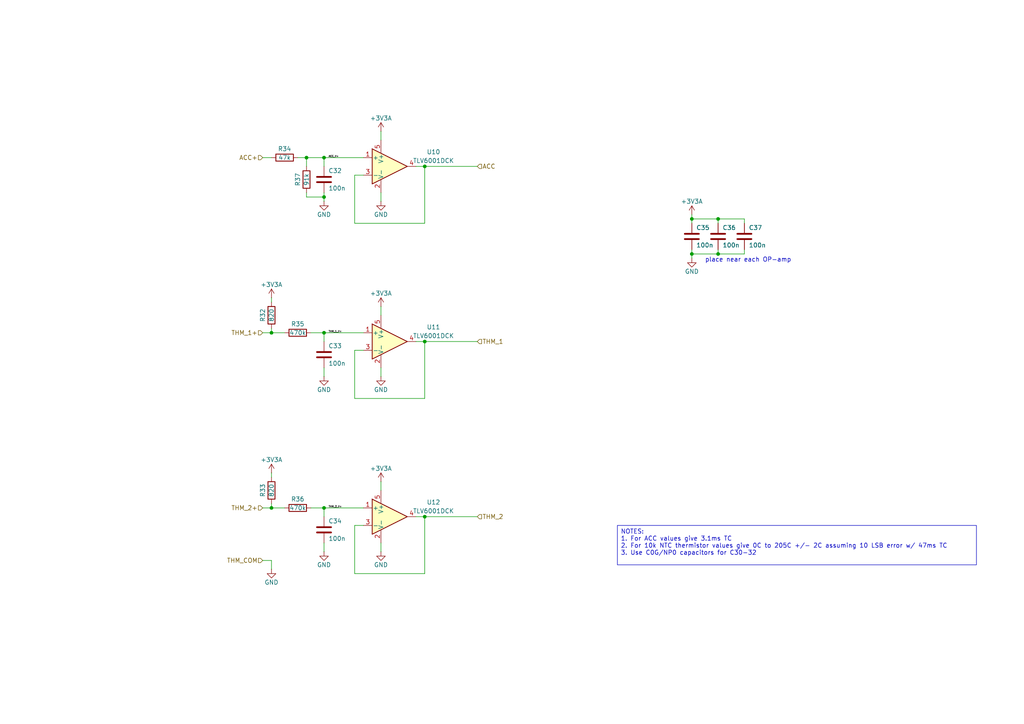
<source format=kicad_sch>
(kicad_sch (version 20250114) (generator "eeschema") (generator_version "9.0")
  (paper "A4")
  (lib_symbols
    (symbol "Amplifier_Operational:TLV6001DCK" (pin_names (offset 0.127))
      (property "Reference" "U" (at 7.62 2.54 0))
      (property "Value" "TLV6001DCK" (at 11.43 -2.54 0))
      (symbol "TLV6001DCK_0_1"
        (polyline (pts (xy -2.54 5.08) (xy -2.54 -5.08) (xy 7.62 0) (xy -2.54 5.08)) (stroke (width 0.254)) (fill (type background)))
      )
      (symbol "TLV6001DCK_1_1"
        (pin input line (at -5.08 2.54 0) (length 2.54) (name "+") (number "1"))
        (pin input line (at -5.08 -2.54 0) (length 2.54) (name "-") (number "3"))
        (pin power_in line (at 0 7.62 270) (length 3.81) (name "V+") (number "5"))
        (pin power_in line (at 0 -7.62 90) (length 3.81) (name "V-") (number "2"))
        (pin output line (at 10.16 0 180) (length 2.54) (name "~") (number "4"))
      )
    )
    (symbol "Device:C" (pin_numbers (hide yes)) (pin_names (offset 0.254))
      (property "Reference" "C" (at 0.635 2.54 0))
      (property "Value" "C" (at 0.635 -2.54 0))
      (symbol "C_0_1"
        (polyline (pts (xy -2.032 0.762) (xy 2.032 0.762)) (stroke (width 0.508)))
        (polyline (pts (xy -2.032 -0.762) (xy 2.032 -0.762)) (stroke (width 0.508)))
      )
      (symbol "C_1_1"
        (pin passive line (at 0 3.81 270) (length 2.794) (name "~") (number "1"))
        (pin passive line (at 0 -3.81 90) (length 2.794) (name "~") (number "2"))
      )
    )
    (symbol "Device:R" (pin_numbers (hide yes)) (pin_names (offset 0))
      (property "Reference" "R" (at 2.032 0 90))
      (property "Value" "R" (at 0 0 90))
      (symbol "R_0_1"
        (rectangle (start -1.016 -2.54) (end 1.016 2.54) (stroke (width 0.254)))
      )
      (symbol "R_1_1"
        (pin passive line (at 0 3.81 270) (length 1.27) (name "~") (number "1"))
        (pin passive line (at 0 -3.81 90) (length 1.27) (name "~") (number "2"))
      )
    )
    (symbol "power:+3.3VA" (power) (pin_numbers (hide yes)) (pin_names (offset 0) (hide yes))
      (property "Value" "+3.3VA" (at 0 3.556 0))
      (symbol "+3.3VA_0_1"
        (polyline (pts (xy -0.762 1.27) (xy 0 2.54)))
        (polyline (pts (xy 0 2.54) (xy 0.762 1.27)))
        (polyline (pts (xy 0 0) (xy 0 2.54)))
      )
      (symbol "+3.3VA_1_1"
        (pin power_in line (at 0 0 90) (length 0) (name "~") (number "1"))
      )
    )
    (symbol "power:GND" (power) (pin_numbers (hide yes)) (pin_names (offset 0) (hide yes))
      (property "Value" "GND" (at 0 -3.81 0))
      (symbol "GND_0_1"
        (polyline (pts (xy 0 0) (xy 0 -1.27) (xy 1.27 -1.27) (xy 0 -2.54) (xy -1.27 -1.27) (xy 0 -1.27)))
      )
      (symbol "GND_1_1"
        (pin power_in line (at 0 0 270) (length 0) (name "~") (number "1"))
      )
    )
  )
  (text "place near each OP-amp" (at 204.47 76.2 0) (effects (font (size 1.27 1.27)) (justify left bottom)))
  (text_box "NOTES:\n1. For ACC values give 3.1ms TC\n2. For 10k NTC thermistor values give 0C to 205C +/- 2C assuming 10 LSB error w/ 47ms TC\n3. Use C0G/NP0 capacitors for C30-32" (at 179.07 152.4 0) (size 104.14 11.43) (margins 0.9525 0.9525 0.9525 0.9525) (effects (font (size 1.27 1.27)) (justify left top)))
  (junction (at 123.19 99.06))
  (junction (at 93.98 147.32))
  (junction (at 93.98 45.72))
  (junction (at 78.74 147.32))
  (junction (at 78.74 96.52))
  (junction (at 123.19 48.26))
  (junction (at 93.98 96.52))
  (junction (at 93.98 57.15))
  (junction (at 208.28 63.5))
  (junction (at 123.19 149.86))
  (junction (at 200.66 63.5))
  (junction (at 200.66 73.66))
  (junction (at 88.9 45.72))
  (junction (at 208.28 73.66))
  (wire (pts (xy 102.87 50.8) (xy 105.41 50.8)))
  (wire (pts (xy 78.74 147.32) (xy 82.55 147.32)))
  (wire (pts (xy 78.74 96.52) (xy 82.55 96.52)))
  (wire (pts (xy 78.74 137.16) (xy 78.74 138.43)))
  (wire (pts (xy 208.28 73.66) (xy 215.9 73.66)))
  (wire (pts (xy 200.66 72.39) (xy 200.66 73.66)))
  (wire (pts (xy 123.19 99.06) (xy 138.43 99.06)))
  (wire (pts (xy 93.98 157.48) (xy 93.98 160.02)))
  (wire (pts (xy 76.2 162.56) (xy 78.74 162.56)))
  (wire (pts (xy 110.49 58.42) (xy 110.49 55.88)))
  (wire (pts (xy 102.87 101.6) (xy 102.87 115.57)))
  (wire (pts (xy 200.66 63.5) (xy 200.66 64.77)))
  (wire (pts (xy 123.19 99.06) (xy 123.19 115.57)))
  (wire (pts (xy 102.87 166.37) (xy 123.19 166.37)))
  (wire (pts (xy 93.98 147.32) (xy 93.98 149.86)))
  (wire (pts (xy 93.98 96.52) (xy 93.98 99.06)))
  (wire (pts (xy 93.98 147.32) (xy 105.41 147.32)))
  (wire (pts (xy 208.28 63.5) (xy 208.28 64.77)))
  (wire (pts (xy 93.98 55.88) (xy 93.98 57.15)))
  (wire (pts (xy 90.17 96.52) (xy 93.98 96.52)))
  (wire (pts (xy 93.98 45.72) (xy 93.98 48.26)))
  (wire (pts (xy 86.36 45.72) (xy 88.9 45.72)))
  (wire (pts (xy 102.87 64.77) (xy 123.19 64.77)))
  (wire (pts (xy 200.66 62.23) (xy 200.66 63.5)))
  (wire (pts (xy 76.2 147.32) (xy 78.74 147.32)))
  (wire (pts (xy 78.74 86.36) (xy 78.74 87.63)))
  (wire (pts (xy 215.9 72.39) (xy 215.9 73.66)))
  (wire (pts (xy 110.49 109.22) (xy 110.49 106.68)))
  (wire (pts (xy 120.65 48.26) (xy 123.19 48.26)))
  (wire (pts (xy 93.98 45.72) (xy 105.41 45.72)))
  (wire (pts (xy 200.66 73.66) (xy 200.66 74.93)))
  (wire (pts (xy 88.9 45.72) (xy 93.98 45.72)))
  (wire (pts (xy 123.19 48.26) (xy 123.19 64.77)))
  (wire (pts (xy 76.2 45.72) (xy 78.74 45.72)))
  (wire (pts (xy 110.49 38.1) (xy 110.49 40.64)))
  (wire (pts (xy 102.87 152.4) (xy 102.87 166.37)))
  (wire (pts (xy 88.9 57.15) (xy 88.9 55.88)))
  (wire (pts (xy 93.98 57.15) (xy 88.9 57.15)))
  (wire (pts (xy 120.65 149.86) (xy 123.19 149.86)))
  (wire (pts (xy 102.87 50.8) (xy 102.87 64.77)))
  (wire (pts (xy 120.65 99.06) (xy 123.19 99.06)))
  (wire (pts (xy 215.9 63.5) (xy 215.9 64.77)))
  (wire (pts (xy 93.98 106.68) (xy 93.98 109.22)))
  (wire (pts (xy 208.28 63.5) (xy 215.9 63.5)))
  (wire (pts (xy 123.19 149.86) (xy 123.19 166.37)))
  (wire (pts (xy 110.49 160.02) (xy 110.49 157.48)))
  (wire (pts (xy 78.74 162.56) (xy 78.74 165.1)))
  (wire (pts (xy 90.17 147.32) (xy 93.98 147.32)))
  (wire (pts (xy 93.98 96.52) (xy 105.41 96.52)))
  (wire (pts (xy 102.87 115.57) (xy 123.19 115.57)))
  (wire (pts (xy 78.74 146.05) (xy 78.74 147.32)))
  (wire (pts (xy 123.19 149.86) (xy 138.43 149.86)))
  (wire (pts (xy 200.66 73.66) (xy 208.28 73.66)))
  (wire (pts (xy 110.49 139.7) (xy 110.49 142.24)))
  (wire (pts (xy 102.87 152.4) (xy 105.41 152.4)))
  (wire (pts (xy 102.87 101.6) (xy 105.41 101.6)))
  (wire (pts (xy 76.2 96.52) (xy 78.74 96.52)))
  (wire (pts (xy 123.19 48.26) (xy 138.43 48.26)))
  (wire (pts (xy 110.49 88.9) (xy 110.49 91.44)))
  (wire (pts (xy 78.74 95.25) (xy 78.74 96.52)))
  (wire (pts (xy 208.28 72.39) (xy 208.28 73.66)))
  (wire (pts (xy 93.98 57.15) (xy 93.98 58.42)))
  (wire (pts (xy 88.9 45.72) (xy 88.9 48.26)))
  (wire (pts (xy 200.66 63.5) (xy 208.28 63.5)))
  (label "ACC_V+" (at 95.25 45.72 0) (effects (font (size 0.5 0.5))))
  (label "THM_1_V+" (at 95.25 96.52 0) (effects (font (size 0.5 0.5))))
  (label "THM_2_V+" (at 95.25 147.32 0) (effects (font (size 0.5 0.5))))
  (hierarchical_label "THM_1" (shape input) (at 138.43 99.06 0))
  (hierarchical_label "THM_2" (shape input) (at 138.43 149.86 0))
  (hierarchical_label "ACC" (shape input) (at 138.43 48.26 0))
  (hierarchical_label "THM_COM" (shape input) (at 76.2 162.56 180))
  (hierarchical_label "THM_2+" (shape input) (at 76.2 147.32 180))
  (hierarchical_label "ACC+" (shape input) (at 76.2 45.72 180))
  (hierarchical_label "THM_1+" (shape input) (at 76.2 96.52 180))
  (symbol (lib_id "power:+3.3VA") (at 200.66 62.23 0) (unit 1)
    (property "Reference" "#PWR098" (effects (hide yes)))
    (property "Value" "+3V3A" (at 200.66 58.42 0))
    (property "Description" "Power symbol creates a global label with name \"+3.3VA\"" (effects (hide yes)))
  )
  (symbol (lib_id "Amplifier_Operational:TLV6001DCK") (at 110.49 48.26 0) (unit 1)
    (property "Reference" "U10" (at 125.73 44.0691 0))
    (property "Value" "TLV6001DCK" (at 125.73 46.6091 0))
    (property "Footprint" "Package_TO_SOT_SMD:SOT-353_SC-70-5" (effects (hide yes)))
    (property "Datasheet" "http://www.ti.com/lit/ds/symlink/tlv6001.pdf" (effects (hide yes)))
    (property "Description" "Low-power, Rail-to-rail, 1MHz Operational Amplifier, SOT-353" (effects (hide yes)))
  )
  (symbol (lib_id "power:GND") (at 110.49 58.42 0) (unit 1)
    (property "Reference" "#PWR093" (effects (hide yes)))
    (property "Value" "GND" (at 110.49 62.23 0))
    (property "Description" "Power symbol creates a global label with name \"GND\" , ground" (effects (hide yes)))
  )
  (symbol (lib_id "power:GND") (at 93.98 109.22 0) (unit 1)
    (property "Reference" "#PWR090" (effects (hide yes)))
    (property "Value" "GND" (at 93.98 113.03 0))
    (property "Description" "Power symbol creates a global label with name \"GND\" , ground" (effects (hide yes)))
  )
  (symbol (lib_id "power:GND") (at 110.49 109.22 0) (unit 1)
    (property "Reference" "#PWR095" (effects (hide yes)))
    (property "Value" "GND" (at 110.49 113.03 0))
    (property "Description" "Power symbol creates a global label with name \"GND\" , ground" (effects (hide yes)))
  )
  (symbol (lib_id "Device:C") (at 93.98 153.67 0) (unit 1)
    (property "Reference" "C34" (at 95.25 151.13 0) (effects (justify left)))
    (property "Value" "100n" (at 95.25 156.21 0) (effects (justify left)))
    (property "Footprint" "Capacitor_SMD:C_0603_1608Metric" (effects (hide yes)))
    (property "Description" "Unpolarized capacitor" (effects (hide yes)))
  )
  (symbol (lib_id "power:GND") (at 200.66 74.93 0) (unit 1)
    (property "Reference" "#PWR099" (effects (hide yes)))
    (property "Value" "GND" (at 200.66 78.74 0))
    (property "Description" "Power symbol creates a global label with name \"GND\" , ground" (effects (hide yes)))
  )
  (symbol (lib_id "power:+3.3VA") (at 78.74 86.36 0) (unit 1)
    (property "Reference" "#PWR087" (effects (hide yes)))
    (property "Value" "+3V3A" (at 78.74 82.55 0))
    (property "Description" "Power symbol creates a global label with name \"+3.3VA\"" (effects (hide yes)))
  )
  (symbol (lib_id "Device:R") (at 82.55 45.72 90) (unit 1)
    (property "Reference" "R34" (at 82.55 43.18 90))
    (property "Value" "47k" (at 82.55 45.72 90))
    (property "Footprint" "Resistor_SMD:R_0603_1608Metric" (effects (hide yes)))
    (property "Description" "Resistor" (effects (hide yes)))
  )
  (symbol (lib_id "Device:C") (at 93.98 52.07 0) (unit 1)
    (property "Reference" "C32" (at 95.25 49.53 0) (effects (justify left)))
    (property "Value" "100n" (at 95.25 54.61 0) (effects (justify left)))
    (property "Footprint" "Capacitor_SMD:C_0603_1608Metric" (effects (hide yes)))
    (property "Description" "Unpolarized capacitor" (effects (hide yes)))
  )
  (symbol (lib_id "Device:R") (at 86.36 96.52 90) (unit 1)
    (property "Reference" "R35" (at 86.36 93.98 90))
    (property "Value" "470k" (at 86.36 96.52 90))
    (property "Footprint" "Resistor_SMD:R_0603_1608Metric" (effects (hide yes)))
    (property "Description" "Resistor" (effects (hide yes)))
  )
  (symbol (lib_id "power:+3.3VA") (at 110.49 88.9 0) (unit 1)
    (property "Reference" "#PWR094" (effects (hide yes)))
    (property "Value" "+3V3A" (at 110.49 85.09 0))
    (property "Description" "Power symbol creates a global label with name \"+3.3VA\"" (effects (hide yes)))
  )
  (symbol (lib_id "Amplifier_Operational:TLV6001DCK") (at 110.49 99.06 0) (unit 1)
    (property "Reference" "U11" (at 125.73 94.8691 0))
    (property "Value" "TLV6001DCK" (at 125.73 97.4091 0))
    (property "Footprint" "Package_TO_SOT_SMD:SOT-353_SC-70-5" (effects (hide yes)))
    (property "Datasheet" "http://www.ti.com/lit/ds/symlink/tlv6001.pdf" (effects (hide yes)))
    (property "Description" "Low-power, Rail-to-rail, 1MHz Operational Amplifier, SOT-353" (effects (hide yes)))
  )
  (symbol (lib_id "Device:C") (at 215.9 68.58 0) (unit 1)
    (property "Reference" "C37" (at 217.17 66.04 0) (effects (justify left)))
    (property "Value" "100n" (at 217.17 71.12 0) (effects (justify left)))
    (property "Footprint" "Capacitor_SMD:C_0402_1005Metric" (effects (hide yes)))
    (property "Description" "Unpolarized capacitor" (effects (hide yes)))
  )
  (symbol (lib_id "power:+3.3VA") (at 78.74 137.16 0) (unit 1)
    (property "Reference" "#PWR086" (effects (hide yes)))
    (property "Value" "+3V3A" (at 78.74 133.35 0))
    (property "Description" "Power symbol creates a global label with name \"+3.3VA\"" (effects (hide yes)))
  )
  (symbol (lib_id "power:GND") (at 93.98 58.42 0) (unit 1)
    (property "Reference" "#PWR089" (effects (hide yes)))
    (property "Value" "GND" (at 93.98 62.23 0))
    (property "Description" "Power symbol creates a global label with name \"GND\" , ground" (effects (hide yes)))
  )
  (symbol (lib_id "Device:R") (at 78.74 91.44 180) (unit 1)
    (property "Reference" "R32" (at 76.2 91.44 90))
    (property "Value" "820" (at 78.74 91.44 90))
    (property "Footprint" "Resistor_SMD:R_0603_1608Metric" (effects (hide yes)))
    (property "Description" "Resistor" (effects (hide yes)))
  )
  (symbol (lib_id "Device:C") (at 93.98 102.87 0) (unit 1)
    (property "Reference" "C33" (at 95.25 100.33 0) (effects (justify left)))
    (property "Value" "100n" (at 95.25 105.41 0) (effects (justify left)))
    (property "Footprint" "Capacitor_SMD:C_0603_1608Metric" (effects (hide yes)))
    (property "Description" "Unpolarized capacitor" (effects (hide yes)))
  )
  (symbol (lib_id "Device:R") (at 86.36 147.32 90) (unit 1)
    (property "Reference" "R36" (at 86.36 144.78 90))
    (property "Value" "470k" (at 86.36 147.32 90))
    (property "Footprint" "Resistor_SMD:R_0603_1608Metric" (effects (hide yes)))
    (property "Description" "Resistor" (effects (hide yes)))
  )
  (symbol (lib_id "power:+3.3VA") (at 110.49 139.7 0) (unit 1)
    (property "Reference" "#PWR096" (effects (hide yes)))
    (property "Value" "+3V3A" (at 110.49 135.89 0))
    (property "Description" "Power symbol creates a global label with name \"+3.3VA\"" (effects (hide yes)))
  )
  (symbol (lib_id "Amplifier_Operational:TLV6001DCK") (at 110.49 149.86 0) (unit 1)
    (property "Reference" "U12" (at 125.73 145.6691 0))
    (property "Value" "TLV6001DCK" (at 125.73 148.2091 0))
    (property "Footprint" "Package_TO_SOT_SMD:SOT-353_SC-70-5" (effects (hide yes)))
    (property "Datasheet" "http://www.ti.com/lit/ds/symlink/tlv6001.pdf" (effects (hide yes)))
    (property "Description" "Low-power, Rail-to-rail, 1MHz Operational Amplifier, SOT-353" (effects (hide yes)))
  )
  (symbol (lib_id "power:GND") (at 78.74 165.1 0) (unit 1)
    (property "Reference" "#PWR088" (effects (hide yes)))
    (property "Value" "GND" (at 78.74 168.91 0))
    (property "Description" "Power symbol creates a global label with name \"GND\" , ground" (effects (hide yes)))
  )
  (symbol (lib_id "power:GND") (at 93.98 160.02 0) (unit 1)
    (property "Reference" "#PWR091" (effects (hide yes)))
    (property "Value" "GND" (at 93.98 163.83 0))
    (property "Description" "Power symbol creates a global label with name \"GND\" , ground" (effects (hide yes)))
  )
  (symbol (lib_id "Device:C") (at 200.66 68.58 0) (unit 1)
    (property "Reference" "C35" (at 201.93 66.04 0) (effects (justify left)))
    (property "Value" "100n" (at 201.93 71.12 0) (effects (justify left)))
    (property "Footprint" "Capacitor_SMD:C_0402_1005Metric" (effects (hide yes)))
    (property "Description" "Unpolarized capacitor" (effects (hide yes)))
  )
  (symbol (lib_id "Device:C") (at 208.28 68.58 0) (unit 1)
    (property "Reference" "C36" (at 209.55 66.04 0) (effects (justify left)))
    (property "Value" "100n" (at 209.55 71.12 0) (effects (justify left)))
    (property "Footprint" "Capacitor_SMD:C_0402_1005Metric" (effects (hide yes)))
    (property "Description" "Unpolarized capacitor" (effects (hide yes)))
  )
  (symbol (lib_id "Device:R") (at 88.9 52.07 180) (unit 1)
    (property "Reference" "R37" (at 86.36 52.07 90))
    (property "Value" "91k" (at 88.9 52.07 90))
    (property "Footprint" "Resistor_SMD:R_0603_1608Metric" (effects (hide yes)))
    (property "Description" "Resistor" (effects (hide yes)))
  )
  (symbol (lib_id "power:+3.3VA") (at 110.49 38.1 0) (unit 1)
    (property "Reference" "#PWR092" (effects (hide yes)))
    (property "Value" "+3V3A" (at 110.49 34.29 0))
    (property "Description" "Power symbol creates a global label with name \"+3.3VA\"" (effects (hide yes)))
  )
  (symbol (lib_id "Device:R") (at 78.74 142.24 180) (unit 1)
    (property "Reference" "R33" (at 76.2 142.24 90))
    (property "Value" "820" (at 78.74 142.24 90))
    (property "Footprint" "Resistor_SMD:R_0603_1608Metric" (effects (hide yes)))
    (property "Description" "Resistor" (effects (hide yes)))
  )
  (symbol (lib_id "power:GND") (at 110.49 160.02 0) (unit 1)
    (property "Reference" "#PWR097" (effects (hide yes)))
    (property "Value" "GND" (at 110.49 163.83 0))
    (property "Description" "Power symbol creates a global label with name \"GND\" , ground" (effects (hide yes)))
  )
)
</source>
